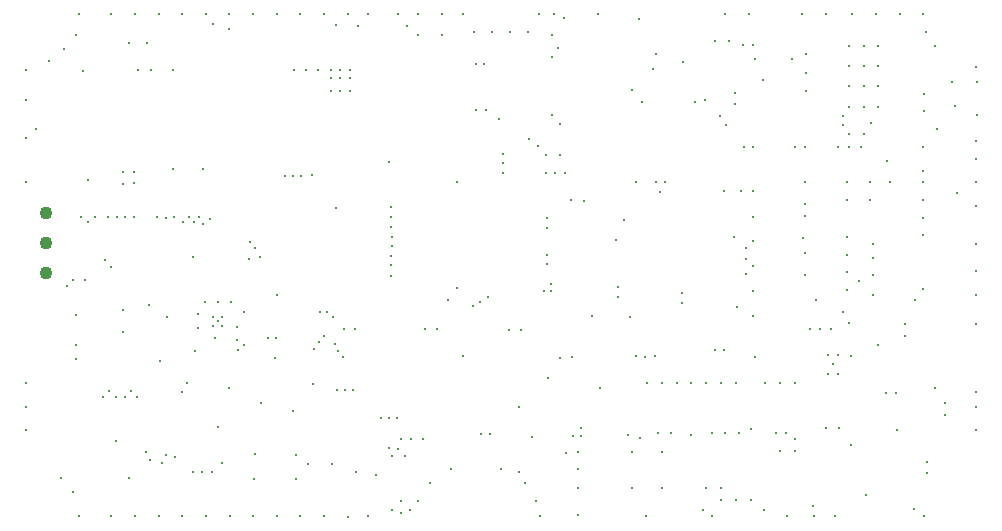
<source format=gbr>
%TF.GenerationSoftware,Altium Limited,Altium Designer,22.6.1 (34)*%
G04 Layer_Color=0*
%FSLAX45Y45*%
%MOMM*%
%TF.SameCoordinates,07F994AE-BB1C-4BEA-A643-928B9DFDCC76*%
%TF.FilePolarity,Positive*%
%TF.FileFunction,Plated,1,6,PTH,Drill*%
%TF.Part,Single*%
G01*
G75*
%TA.AperFunction,ComponentDrill*%
%ADD184C,1.10000*%
%TA.AperFunction,ViaDrill,NotFilled*%
%ADD185C,0.25000*%
%ADD186C,0.30000*%
%ADD187C,0.20000*%
%ADD188C,0.22000*%
D184*
X250000Y2385000D02*
D03*
Y2639000D02*
D03*
Y2131000D02*
D03*
D185*
X6737500Y162500D02*
D03*
X6512500Y775000D02*
D03*
X6212500Y812500D02*
D03*
X6112500Y775000D02*
D03*
X5712500Y762500D02*
D03*
X5175000D02*
D03*
X1970000Y2250000D02*
D03*
X5190000Y1760000D02*
D03*
X2360000Y590000D02*
D03*
Y390000D02*
D03*
X5910000Y1480000D02*
D03*
X5240000Y1430000D02*
D03*
X4870000Y1765000D02*
D03*
X4690000Y2750000D02*
D03*
X5240000Y2900000D02*
D03*
X5090000Y2010000D02*
D03*
X5070000Y2410000D02*
D03*
X5140000Y2580000D02*
D03*
X5320000Y1420000D02*
D03*
X5630000Y1965000D02*
D03*
X5410000Y3990000D02*
D03*
X5640000Y3920000D02*
D03*
X5740000Y3580000D02*
D03*
X3230000Y640000D02*
D03*
X1400000Y1125000D02*
D03*
X5450000Y2820000D02*
D03*
X5490000Y2900000D02*
D03*
X5410000D02*
D03*
X3930000Y770000D02*
D03*
X1260000Y590000D02*
D03*
X1130000Y550000D02*
D03*
X2190000Y1410000D02*
D03*
X1800000Y1160000D02*
D03*
X5090000Y1930000D02*
D03*
X5630000Y1880000D02*
D03*
X5400000Y1430000D02*
D03*
X5990000Y1480000D02*
D03*
D186*
X5462500Y612500D02*
D03*
X4120000Y2980000D02*
D03*
X4800000Y2740000D02*
D03*
X5950000Y3465000D02*
D03*
X6002343Y3382053D02*
D03*
X6080000Y3560000D02*
D03*
X6657500Y2425000D02*
D03*
X6230000Y2610000D02*
D03*
Y2400000D02*
D03*
X3970000Y3510000D02*
D03*
X3890000D02*
D03*
X3955000Y3900000D02*
D03*
X3885000D02*
D03*
X2740000Y3670000D02*
D03*
X2700000Y4230000D02*
D03*
X2340000Y2955000D02*
D03*
X2275000D02*
D03*
X2405000D02*
D03*
X6995000Y1800000D02*
D03*
X7050000Y1710000D02*
D03*
X7245000Y2375000D02*
D03*
Y2262500D02*
D03*
X7132500Y2062500D02*
D03*
X7032500Y1987500D02*
D03*
Y2137500D02*
D03*
Y2287500D02*
D03*
Y2437500D02*
D03*
X7220000Y2900000D02*
D03*
X7232500Y3400000D02*
D03*
X7045000Y3312500D02*
D03*
X7170000D02*
D03*
X7295000Y3537500D02*
D03*
X7170000D02*
D03*
X7045000D02*
D03*
X7170000Y4050000D02*
D03*
Y3887500D02*
D03*
Y3712500D02*
D03*
X7295000D02*
D03*
Y3887500D02*
D03*
Y4050000D02*
D03*
X7045000Y3712500D02*
D03*
Y3887500D02*
D03*
Y4050000D02*
D03*
X7145000Y3200000D02*
D03*
X2860000Y1660000D02*
D03*
X2465000Y515000D02*
D03*
X3255000Y730000D02*
D03*
X6800000Y1660000D02*
D03*
X6720000D02*
D03*
X6670000Y2712500D02*
D03*
Y2612500D02*
D03*
X4410000Y3210000D02*
D03*
X4120000Y3060000D02*
D03*
X6229988Y4059992D02*
D03*
X4120000Y3140000D02*
D03*
X900000Y2887500D02*
D03*
X3150000Y3070000D02*
D03*
X4530000Y4150000D02*
D03*
X3300000Y4220000D02*
D03*
X3600000Y4150000D02*
D03*
X3400000D02*
D03*
X2890000Y4220000D02*
D03*
X560000Y3840000D02*
D03*
X1100000Y4080000D02*
D03*
X1660000Y4240000D02*
D03*
X1800000Y4200000D02*
D03*
X160000Y3350000D02*
D03*
X2820000Y3780000D02*
D03*
Y3670000D02*
D03*
X2550000Y3850000D02*
D03*
X2740000D02*
D03*
X2820000D02*
D03*
X2660000D02*
D03*
X2450000D02*
D03*
X2350000D02*
D03*
X900000Y2990000D02*
D03*
X1320000Y3010000D02*
D03*
X990000Y2990000D02*
D03*
X600000Y2920000D02*
D03*
X990000Y2890000D02*
D03*
X1140000Y3850000D02*
D03*
X2500000Y2960000D02*
D03*
X2660000Y3670000D02*
D03*
X4340000Y3270000D02*
D03*
X1030000Y3850000D02*
D03*
X950000Y4080000D02*
D03*
X1320000Y3850000D02*
D03*
X6910000Y1360000D02*
D03*
X5837500Y1200000D02*
D03*
X5462500D02*
D03*
X5712500D02*
D03*
X6087500D02*
D03*
X6587500D02*
D03*
X6337500D02*
D03*
X4600000Y3127500D02*
D03*
X4530000Y3470000D02*
D03*
X4600000Y3390000D02*
D03*
X4530000Y3960000D02*
D03*
X4580000Y4040000D02*
D03*
X2700000Y2680000D02*
D03*
X7670000Y3000000D02*
D03*
X8125000Y3250000D02*
D03*
Y3100000D02*
D03*
Y2900000D02*
D03*
Y2700000D02*
D03*
Y2375000D02*
D03*
Y2150000D02*
D03*
Y1950000D02*
D03*
Y1700000D02*
D03*
Y1125000D02*
D03*
Y1000000D02*
D03*
Y800000D02*
D03*
X375000Y400000D02*
D03*
X475000Y275000D02*
D03*
X8125000Y3875000D02*
D03*
X7775000Y4050000D02*
D03*
X7700000Y4175000D02*
D03*
X400000Y4025000D02*
D03*
X500000Y4150000D02*
D03*
X275000Y3925000D02*
D03*
X75000Y3275000D02*
D03*
Y3600000D02*
D03*
Y3850000D02*
D03*
Y2900000D02*
D03*
X500000Y1775000D02*
D03*
Y1525000D02*
D03*
Y1400000D02*
D03*
X75000Y1200000D02*
D03*
Y1000000D02*
D03*
Y800000D02*
D03*
X950000Y400000D02*
D03*
X3340000Y730000D02*
D03*
X4300000Y350000D02*
D03*
X5812500Y125000D02*
D03*
X6325000D02*
D03*
X2801798Y70000D02*
D03*
X526817Y76822D02*
D03*
X801817D02*
D03*
X1001817D02*
D03*
X1201817D02*
D03*
X1401817D02*
D03*
X1601817D02*
D03*
X1801817D02*
D03*
X2001817D02*
D03*
X2201817D02*
D03*
X2401817D02*
D03*
X2601817D02*
D03*
X2976817D02*
D03*
X3400000Y200000D02*
D03*
X3675000Y475000D02*
D03*
X4100000D02*
D03*
X4426817Y76822D02*
D03*
X4400000Y200000D02*
D03*
X5325000Y75000D02*
D03*
X5887500D02*
D03*
X3500000Y350000D02*
D03*
X6525000Y75000D02*
D03*
X6925000Y75000D02*
D03*
X7676817Y76822D02*
D03*
X7675000Y4325000D02*
D03*
X7475000D02*
D03*
X7275000D02*
D03*
X7075000D02*
D03*
X6850000D02*
D03*
X6650000D02*
D03*
X6200000D02*
D03*
X4925000D02*
D03*
X4550000D02*
D03*
X4325000Y4175000D02*
D03*
X4425000Y4325000D02*
D03*
X4175000Y4175000D02*
D03*
X4025000D02*
D03*
X3875000D02*
D03*
X3775000Y4325000D02*
D03*
X3600000D02*
D03*
X3400000D02*
D03*
X3225000D02*
D03*
X2975000D02*
D03*
X2800000D02*
D03*
X2600000D02*
D03*
X2400000D02*
D03*
X2200000D02*
D03*
X2000000D02*
D03*
X1800000D02*
D03*
X1600000D02*
D03*
X1400000D02*
D03*
X1200000D02*
D03*
X1000000D02*
D03*
X800000D02*
D03*
X525000D02*
D03*
X1580000Y3010000D02*
D03*
X3560000Y1660000D02*
D03*
X3460000D02*
D03*
X2055000Y2270000D02*
D03*
X4170000Y1650000D02*
D03*
X4270000D02*
D03*
X4700000Y1420000D02*
D03*
X4595000Y1415000D02*
D03*
X4480000Y3130000D02*
D03*
X2740000Y3780000D02*
D03*
X2660000D02*
D03*
X7522436Y1602446D02*
D03*
X6160000Y3200000D02*
D03*
X7960000Y2810000D02*
D03*
X6850000Y820000D02*
D03*
X6960000D02*
D03*
X7060000Y680000D02*
D03*
X7920000Y3750000D02*
D03*
X7682500Y3650000D02*
D03*
X3780000Y1430000D02*
D03*
X2770000Y1660000D02*
D03*
X4935000Y1160000D02*
D03*
X4360000Y740000D02*
D03*
X6462500Y625000D02*
D03*
X5837500Y312500D02*
D03*
X6587500Y725000D02*
D03*
X5962500Y312500D02*
D03*
X5537500Y775000D02*
D03*
X5212500Y620000D02*
D03*
X4750000D02*
D03*
Y470000D02*
D03*
Y310000D02*
D03*
Y80000D02*
D03*
X4250000Y1000000D02*
D03*
X3440000Y730000D02*
D03*
X3250000Y100000D02*
D03*
X6459987Y1199998D02*
D03*
X5962500Y1200000D02*
D03*
X5337500D02*
D03*
X5587500D02*
D03*
X7670000Y2900000D02*
D03*
Y3200000D02*
D03*
X7395000Y2900000D02*
D03*
X7674999Y2750000D02*
D03*
X6890000Y1660000D02*
D03*
X7710000Y530000D02*
D03*
X7450000Y800000D02*
D03*
X6230000Y1770000D02*
D03*
X7710000Y440000D02*
D03*
X7860000Y1030000D02*
D03*
Y930000D02*
D03*
X6250000Y1420000D02*
D03*
X7245000Y2112500D02*
D03*
X7607500Y1900000D02*
D03*
X7245000Y1950000D02*
D03*
X6130000Y2830000D02*
D03*
X840000Y710000D02*
D03*
X1570000Y450000D02*
D03*
X6230000Y2190000D02*
D03*
X6770000Y1900000D02*
D03*
X6670000Y2112500D02*
D03*
X6230000Y2830000D02*
D03*
X7220000Y2750000D02*
D03*
X7032500D02*
D03*
Y2900000D02*
D03*
X7050000Y3200000D02*
D03*
X6230000Y3200000D02*
D03*
Y1980000D02*
D03*
X5210000Y3680000D02*
D03*
X5290000Y3580000D02*
D03*
X6080000Y3660000D02*
D03*
X6590000Y3200000D02*
D03*
X6682500Y3675000D02*
D03*
X6000000Y4325000D02*
D03*
X6682500Y3987500D02*
D03*
Y3825000D02*
D03*
X7682500Y3500000D02*
D03*
X7790000Y3350000D02*
D03*
X7940000Y3550000D02*
D03*
X8130000Y3750000D02*
D03*
Y3470000D02*
D03*
X2870000Y450000D02*
D03*
X2670000Y515000D02*
D03*
X5887500Y775000D02*
D03*
X5275000Y737500D02*
D03*
X7190000Y250000D02*
D03*
X5962500Y212500D02*
D03*
X6087500D02*
D03*
X6212500D02*
D03*
X5462500Y312500D02*
D03*
X6750000Y75000D02*
D03*
X6587500Y625000D02*
D03*
X5212500Y312500D02*
D03*
X6950000Y3200000D02*
D03*
X6670000Y3200000D02*
D03*
X6320000Y3770000D02*
D03*
X6675000Y2900000D02*
D03*
Y2300000D02*
D03*
X7674999Y2000000D02*
D03*
Y2450000D02*
D03*
Y2600000D02*
D03*
D187*
X3730000Y2900000D02*
D03*
X3729375Y2001875D02*
D03*
X6995000Y3462500D02*
D03*
Y3387500D02*
D03*
X1875706Y1476413D02*
D03*
X7370000Y3078826D02*
D03*
X6070000Y2440000D02*
D03*
X1215000Y1385000D02*
D03*
X1340000Y577500D02*
D03*
X1740000Y520000D02*
D03*
X1230000D02*
D03*
X2681235Y1760000D02*
D03*
X1640000Y2590000D02*
D03*
X1545000Y2610000D02*
D03*
X1497402Y2560735D02*
D03*
X1410000Y2560000D02*
D03*
X1975000Y2397500D02*
D03*
X2020000Y2340000D02*
D03*
X7770000Y1160000D02*
D03*
X7520000Y1697500D02*
D03*
X6100000Y1848551D02*
D03*
X6870000Y1440000D02*
D03*
X6950000D02*
D03*
Y1280000D02*
D03*
X6870000D02*
D03*
X4525625Y2042500D02*
D03*
X4460625Y1977500D02*
D03*
X4478683Y2981317D02*
D03*
X4559341Y2980658D02*
D03*
X4640000Y2980000D02*
D03*
X4080000Y3440000D02*
D03*
X5390000Y3860000D02*
D03*
X6030000Y4100000D02*
D03*
X5910000D02*
D03*
X2760689Y1419311D02*
D03*
X2690000Y1530000D02*
D03*
X2600000Y1601235D02*
D03*
X2520000Y1490000D02*
D03*
X2510000Y1190000D02*
D03*
X1862499Y1675000D02*
D03*
Y1562500D02*
D03*
X1924999Y1800000D02*
D03*
X1537499Y1781250D02*
D03*
X1536199Y1668300D02*
D03*
X1662499Y1762500D02*
D03*
X1737499D02*
D03*
X1662499Y1687500D02*
D03*
X1737499D02*
D03*
X1444973Y1199973D02*
D03*
X4010000Y770000D02*
D03*
X3150000Y650000D02*
D03*
X6149987Y4060000D02*
D03*
X850000Y2610000D02*
D03*
X920000D02*
D03*
X990000D02*
D03*
X1330000D02*
D03*
X1190000D02*
D03*
X770000D02*
D03*
X540000D02*
D03*
X660000D02*
D03*
X1809999Y1885000D02*
D03*
X7289341Y1520658D02*
D03*
X4250000Y450000D02*
D03*
X2710000Y1140000D02*
D03*
X2850000D02*
D03*
X3990000Y1930000D02*
D03*
X4500000Y1240000D02*
D03*
X4629614Y4290213D02*
D03*
X6170000Y2120000D02*
D03*
Y2250000D02*
D03*
Y2340000D02*
D03*
X5990000Y2830000D02*
D03*
X1090000Y620000D02*
D03*
X1700000Y830000D02*
D03*
X2020000Y600000D02*
D03*
X2010000Y390000D02*
D03*
X1490000Y450000D02*
D03*
X1650000D02*
D03*
X3175199Y585199D02*
D03*
X3290000Y580000D02*
D03*
X3040000Y420000D02*
D03*
X5270000Y4280000D02*
D03*
X2780000Y1140000D02*
D03*
X1512499Y1475000D02*
D03*
X1590498Y1885499D02*
D03*
X1490000Y2270000D02*
D03*
X730000Y1080000D02*
D03*
X840000D02*
D03*
X920000D02*
D03*
X1020000D02*
D03*
X970000Y1130000D02*
D03*
X2070000Y1030000D02*
D03*
X2340000Y960000D02*
D03*
X3150000Y902500D02*
D03*
X3080000D02*
D03*
X3220000D02*
D03*
X3650000Y1900000D02*
D03*
X3860000Y1850000D02*
D03*
X2565000Y1800101D02*
D03*
X2720000Y1470000D02*
D03*
X6425000Y775000D02*
D03*
X7600000Y130000D02*
D03*
X2630000Y1800000D02*
D03*
X2560000Y1550000D02*
D03*
X2197500Y1580000D02*
D03*
X2130000D02*
D03*
X4525625Y1977500D02*
D03*
X3920000Y1890000D02*
D03*
X2199999Y1945000D02*
D03*
X7060000Y1432500D02*
D03*
X4710000Y750000D02*
D03*
X6000000Y775000D02*
D03*
X5425000D02*
D03*
X4650000Y610000D02*
D03*
X4780000Y750000D02*
D03*
X3325000Y125000D02*
D03*
X3250000Y200000D02*
D03*
X3175000Y125000D02*
D03*
X7360000Y1120000D02*
D03*
X7440000D02*
D03*
X1260000Y2600000D02*
D03*
X1455000Y2610000D02*
D03*
X1580000Y2550000D02*
D03*
X600000Y2560000D02*
D03*
X750000Y2240000D02*
D03*
X800000Y2180000D02*
D03*
X575000Y2075000D02*
D03*
X475000D02*
D03*
X425000Y2025000D02*
D03*
X780000Y1130000D02*
D03*
X900000Y1820000D02*
D03*
X1270000Y1760000D02*
D03*
X900000Y1630000D02*
D03*
X5828520Y3597644D02*
D03*
X6250000Y3940000D02*
D03*
X6560000D02*
D03*
X4780000Y820000D02*
D03*
X1120000Y1860000D02*
D03*
X1699999Y1885000D02*
D03*
X1924999Y1525000D02*
D03*
X1674999Y1580000D02*
D03*
X1699999Y1725000D02*
D03*
D188*
X3176875Y2359375D02*
D03*
Y2440625D02*
D03*
X4493125Y2286250D02*
D03*
Y2205000D02*
D03*
Y2513750D02*
D03*
Y2595000D02*
D03*
X3168750Y2107500D02*
D03*
Y2692500D02*
D03*
Y2196875D02*
D03*
Y2603125D02*
D03*
Y2521875D02*
D03*
Y2278125D02*
D03*
%TF.MD5,c27ac7ad726a9bc19e2587e743145b5a*%
M02*

</source>
